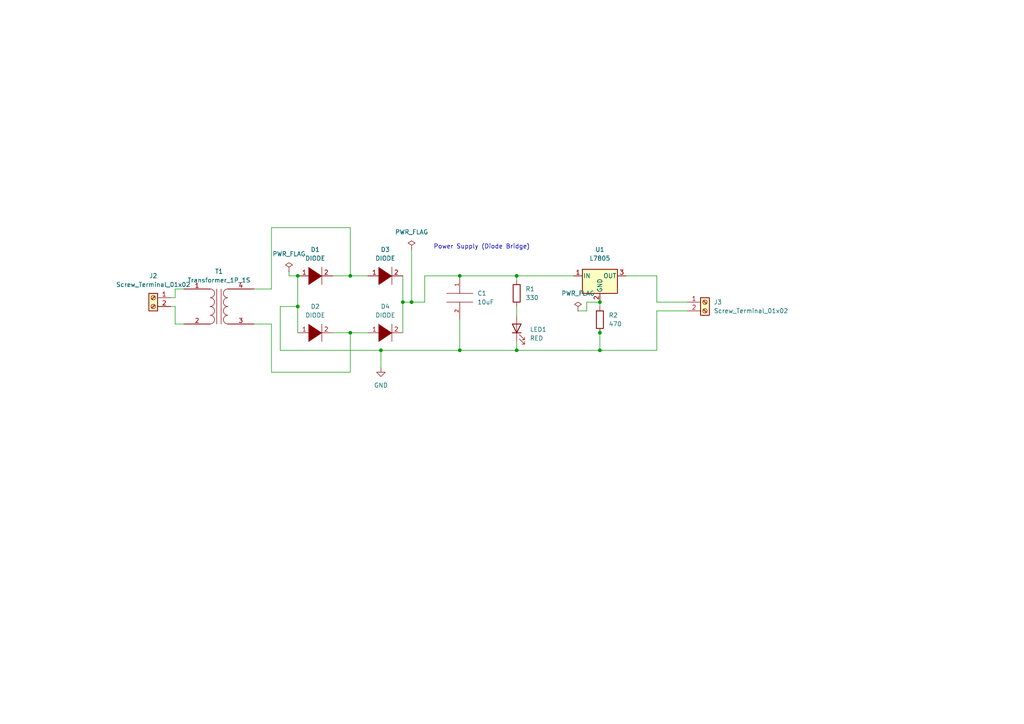
<source format=kicad_sch>
(kicad_sch (version 20211123) (generator eeschema)
  (paper "A4")
  (title_block (title "Some Title") (date "2023-02-14") (company "My Company"))
  (lib_symbols
    (symbol "Connector:Screw_Terminal_01x02" (pin_names (offset 1.016) hide)
      (property "Reference" "J" (at 0 2.54 0))
      (property "Value" "Screw_Terminal_01x02" (at 0 -5.08 0))
      (symbol "Screw_Terminal_01x02_1_1"
        (rectangle (start -1.27 1.27) (end 1.27 -3.81) (stroke (width 0.254)) (fill (type background)))
        (circle (center 0 -2.54) (radius 0.635) (stroke (width 0.1524)))
        (polyline (pts (xy -0.5334 -2.2098) (xy 0.3302 -3.048)) (stroke (width 0.1524)))
        (polyline (pts (xy -0.5334 0.3302) (xy 0.3302 -0.508)) (stroke (width 0.1524)))
        (polyline (pts (xy -0.3556 -2.032) (xy 0.508 -2.8702)) (stroke (width 0.1524)))
        (polyline (pts (xy -0.3556 0.508) (xy 0.508 -0.3302)) (stroke (width 0.1524)))
        (circle (center 0 0) (radius 0.635) (stroke (width 0.1524)))
        (pin passive line (at -5.08 0 0) (length 3.81) (name "Pin_1") (number "1"))
        (pin passive line (at -5.08 -2.54 0) (length 3.81) (name "Pin_2") (number "2"))
      )
    )
    (symbol "Device:LED" (pin_numbers hide) (pin_names (offset 1.016) hide)
      (property "Reference" "D" (at 0 2.54 0))
      (property "Value" "LED" (at 0 -2.54 0))
      (symbol "LED_0_1"
        (polyline (pts (xy -1.27 -1.27) (xy -1.27 1.27)) (stroke (width 0.254)))
        (polyline (pts (xy -1.27 0) (xy 1.27 0)))
        (polyline (pts (xy 1.27 -1.27) (xy 1.27 1.27) (xy -1.27 0) (xy 1.27 -1.27)) (stroke (width 0.254)))
        (polyline (pts (xy -3.048 -0.762) (xy -4.572 -2.286) (xy -3.81 -2.286) (xy -4.572 -2.286) (xy -4.572 -1.524)))
        (polyline (pts (xy -1.778 -0.762) (xy -3.302 -2.286) (xy -2.54 -2.286) (xy -3.302 -2.286) (xy -3.302 -1.524)))
      )
      (symbol "LED_1_1"
        (pin passive line (at -3.81 0 0) (length 2.54) (name "K") (number "1"))
        (pin passive line (at 3.81 0 180) (length 2.54) (name "A") (number "2"))
      )
    )
    (symbol "Device:R" (pin_numbers hide) (pin_names (offset 0))
      (property "Reference" "R" (at 2.032 0 90))
      (property "Value" "R" (at 0 0 90))
      (symbol "R_0_1"
        (rectangle (start -1.016 -2.54) (end 1.016 2.54) (stroke (width 0.254)))
      )
      (symbol "R_1_1"
        (pin passive line (at 0 3.81 270) (length 1.27) (name "~") (number "1"))
        (pin passive line (at 0 -3.81 90) (length 1.27) (name "~") (number "2"))
      )
    )
    (symbol "Device:Transformer_1P_1S" (pin_names (offset 1.016) hide)
      (property "Reference" "T" (at 0 6.35 0))
      (property "Value" "Transformer_1P_1S" (at 0 -7.62 0))
      (symbol "Transformer_1P_1S_0_1"
        (arc (start -2.54 -5.0546) (mid -1.6599 -4.6901) (end -1.27 -3.81))
        (arc (start -2.54 -2.5146) (mid -1.6599 -2.1501) (end -1.27 -1.27))
        (arc (start -2.54 0.0254) (mid -1.6599 0.3899) (end -1.27 1.27))
        (arc (start -2.54 2.5654) (mid -1.6599 2.9299) (end -1.27 3.81))
        (arc (start -1.27 -3.81) (mid -1.642 -2.912) (end -2.54 -2.54))
        (arc (start -1.27 -1.27) (mid -1.642 -0.372) (end -2.54 0))
        (arc (start -1.27 1.27) (mid -1.642 2.168) (end -2.54 2.54))
        (arc (start -1.27 3.81) (mid -1.642 4.708) (end -2.54 5.08))
        (polyline (pts (xy -0.635 5.08) (xy -0.635 -5.08)))
        (polyline (pts (xy 0.635 -5.08) (xy 0.635 5.08)))
        (arc (start 1.2954 -1.27) (mid 1.6599 -2.1501) (end 2.54 -2.5146))
        (arc (start 1.2954 1.27) (mid 1.6599 0.3899) (end 2.54 0.0254))
        (arc (start 1.2954 3.81) (mid 1.6599 2.9299) (end 2.54 2.5654))
        (arc (start 1.3208 -3.81) (mid 1.6853 -4.6901) (end 2.5654 -5.0546))
        (arc (start 2.54 0) (mid 1.642 -0.372) (end 1.2954 -1.27))
        (arc (start 2.54 2.54) (mid 1.642 2.168) (end 1.2954 1.27))
        (arc (start 2.54 5.08) (mid 1.642 4.708) (end 1.2954 3.81))
        (arc (start 2.5654 -2.54) (mid 1.6674 -2.912) (end 1.3208 -3.81))
      )
      (symbol "Transformer_1P_1S_1_1"
        (pin passive line (at -10.16 5.08 0) (length 7.62) (name "AA") (number "1"))
        (pin passive line (at -10.16 -5.08 0) (length 7.62) (name "AB") (number "2"))
        (pin passive line (at 10.16 -5.08 180) (length 7.62) (name "SA") (number "3"))
        (pin passive line (at 10.16 5.08 180) (length 7.62) (name "SB") (number "4"))
      )
    )
    (symbol "Regulator_Linear:L7805" (pin_names (offset 0.254))
      (property "Reference" "U" (at -3.81 3.175 0))
      (property "Value" "L7805" (at 0 3.175 0))
      (symbol "L7805_0_1"
        (rectangle (start -5.08 1.905) (end 5.08 -5.08) (stroke (width 0.254)) (fill (type background)))
      )
      (symbol "L7805_1_1"
        (pin power_in line (at -7.62 0 0) (length 2.54) (name "IN") (number "1"))
        (pin power_in line (at 0 -7.62 90) (length 2.54) (name "GND") (number "2"))
        (pin power_out line (at 7.62 0 180) (length 2.54) (name "OUT") (number "3"))
      )
    )
    (symbol "power:GND" (power) (pin_names (offset 0))
      (property "Value" "GND" (at 0 -3.81 0))
      (symbol "GND_0_1"
        (polyline (pts (xy 0 0) (xy 0 -1.27) (xy 1.27 -1.27) (xy 0 -2.54) (xy -1.27 -1.27) (xy 0 -1.27)))
      )
      (symbol "GND_1_1"
        (pin power_in line (at 0 0 270) (length 0) hide (name "GND") (number "1"))
      )
    )
    (symbol "power:PWR_FLAG" (power) (pin_numbers hide) (pin_names (offset 0) hide)
      (property "Value" "PWR_FLAG" (at 0 3.81 0))
      (symbol "PWR_FLAG_0_0"
        (pin power_out line (at 0 0 90) (length 0) (name "pwr") (number "1"))
      )
      (symbol "PWR_FLAG_0_1"
        (polyline (pts (xy 0 0) (xy 0 1.27) (xy -1.016 1.905) (xy 0 2.54) (xy 1.016 1.905) (xy 0 1.27)))
      )
    )
    (symbol "pspice:CAP" (pin_names (offset 0.254))
      (property "Reference" "C" (at 2.54 3.81 90))
      (property "Value" "CAP" (at 2.54 -3.81 90))
      (symbol "CAP_0_1"
        (polyline (pts (xy -3.81 -1.27) (xy 3.81 -1.27)))
        (polyline (pts (xy -3.81 1.27) (xy 3.81 1.27)))
      )
      (symbol "CAP_1_1"
        (pin passive line (at 0 6.35 270) (length 5.08) (name "~") (number "1"))
        (pin passive line (at 0 -6.35 90) (length 5.08) (name "~") (number "2"))
      )
    )
    (symbol "pspice:DIODE" (pin_names (offset 1.016) hide)
      (property "Reference" "D" (at 0 3.81 0))
      (property "Value" "DIODE" (at 0 -4.445 0))
      (symbol "DIODE_0_1"
        (polyline (pts (xy 1.905 2.54) (xy 1.905 -2.54)))
        (polyline (pts (xy -1.905 2.54) (xy -1.905 -2.54) (xy 1.905 0)) (fill (type outline)))
      )
      (symbol "DIODE_1_1"
        (pin input line (at -5.08 0 0) (length 3.81) (name "K") (number "1"))
        (pin input line (at 5.08 0 180) (length 3.81) (name "A") (number "2"))
      )
    )
  )
  (junction (at 101.6 80.01))
  (junction (at 86.36 80.01))
  (junction (at 116.84 87.63))
  (junction (at 173.99 101.6))
  (junction (at 173.99 96.52))
  (junction (at 133.35 80.01))
  (junction (at 110.49 101.6))
  (junction (at 149.86 80.01))
  (junction (at 173.99 87.63))
  (junction (at 101.6 96.52))
  (junction (at 119.38 87.63))
  (junction (at 133.35 101.6))
  (junction (at 149.86 101.6))
  (junction (at 86.36 88.9))
  (wire (pts (xy 119.38 87.63) (xy 116.84 87.63)))
  (wire (pts (xy 133.35 101.6) (xy 149.86 101.6)))
  (wire (pts (xy 86.36 88.9) (xy 86.36 96.52)))
  (wire (pts (xy 101.6 96.52) (xy 101.6 107.95)))
  (wire (pts (xy 181.61 80.01) (xy 190.5 80.01)))
  (wire (pts (xy 133.35 92.71) (xy 133.35 101.6)))
  (wire (pts (xy 96.52 96.52) (xy 101.6 96.52)))
  (wire (pts (xy 73.66 83.82) (xy 78.74 83.82)))
  (wire (pts (xy 78.74 66.04) (xy 101.6 66.04)))
  (wire (pts (xy 96.52 80.01) (xy 101.6 80.01)))
  (wire (pts (xy 83.82 80.01) (xy 86.36 80.01)))
  (wire (pts (xy 116.84 80.01) (xy 116.84 87.63)))
  (wire (pts (xy 149.86 81.28) (xy 149.86 80.01)))
  (wire (pts (xy 81.28 88.9) (xy 86.36 88.9)))
  (wire (pts (xy 190.5 87.63) (xy 199.39 87.63)))
  (wire (pts (xy 50.8 83.82) (xy 53.34 83.82)))
  (wire (pts (xy 173.99 95.25) (xy 173.99 96.52)))
  (wire (pts (xy 173.99 96.52) (xy 173.99 101.6)))
  (wire (pts (xy 50.8 86.36) (xy 50.8 83.82)))
  (wire (pts (xy 78.74 83.82) (xy 78.74 66.04)))
  (wire (pts (xy 116.84 87.63) (xy 116.84 96.52)))
  (wire (pts (xy 49.53 88.9) (xy 50.8 88.9)))
  (wire (pts (xy 78.74 107.95) (xy 101.6 107.95)))
  (wire (pts (xy 101.6 66.04) (xy 101.6 80.01)))
  (wire (pts (xy 190.5 80.01) (xy 190.5 87.63)))
  (wire (pts (xy 50.8 93.98) (xy 53.34 93.98)))
  (wire (pts (xy 173.99 87.63) (xy 173.99 88.9)))
  (wire (pts (xy 123.19 80.01) (xy 133.35 80.01)))
  (wire (pts (xy 86.36 80.01) (xy 86.36 88.9)))
  (wire (pts (xy 49.53 86.36) (xy 50.8 86.36)))
  (wire (pts (xy 123.19 80.01) (xy 123.19 87.63)))
  (wire (pts (xy 170.18 87.63) (xy 173.99 87.63)))
  (wire (pts (xy 199.39 90.17) (xy 190.5 90.17)))
  (wire (pts (xy 173.99 101.6) (xy 190.5 101.6)))
  (wire (pts (xy 110.49 101.6) (xy 81.28 101.6)))
  (wire (pts (xy 50.8 88.9) (xy 50.8 93.98)))
  (wire (pts (xy 149.86 80.01) (xy 166.37 80.01)))
  (wire (pts (xy 133.35 101.6) (xy 110.49 101.6)))
  (wire (pts (xy 149.86 88.9) (xy 149.86 91.44)))
  (wire (pts (xy 190.5 90.17) (xy 190.5 101.6)))
  (wire (pts (xy 123.19 87.63) (xy 119.38 87.63)))
  (wire (pts (xy 167.64 90.17) (xy 170.18 90.17)))
  (wire (pts (xy 101.6 80.01) (xy 106.68 80.01)))
  (wire (pts (xy 81.28 101.6) (xy 81.28 88.9)))
  (wire (pts (xy 149.86 101.6) (xy 173.99 101.6)))
  (wire (pts (xy 149.86 99.06) (xy 149.86 101.6)))
  (wire (pts (xy 170.18 90.17) (xy 170.18 87.63)))
  (wire (pts (xy 101.6 96.52) (xy 106.68 96.52)))
  (wire (pts (xy 78.74 93.98) (xy 78.74 107.95)))
  (wire (pts (xy 83.82 78.74) (xy 83.82 80.01)))
  (wire (pts (xy 149.86 80.01) (xy 133.35 80.01)))
  (wire (pts (xy 119.38 72.39) (xy 119.38 87.63)))
  (wire (pts (xy 110.49 101.6) (xy 110.49 106.68)))
  (wire (pts (xy 73.66 93.98) (xy 78.74 93.98)))
  (text "Power Supply (Diode Bridge)" (at 125.73 72.39 0) (effects (font (size 1.27 1.27)) (justify left bottom)))
  (symbol (lib_id "power:PWR_FLAG") (at 167.64 90.17 0) (unit 1)
    (property "Reference" "#FLG0102" (effects hide))
    (property "Value" "PWR_FLAG" (at 167.64 85.09 0))
  )
  (symbol (lib_id "power:PWR_FLAG") (at 119.38 72.39 0) (unit 1)
    (property "Reference" "#FLG0101" (effects hide))
    (property "Value" "PWR_FLAG" (at 119.38 67.31 0))
  )
  (symbol (lib_id "Connector:Screw_Terminal_01x02") (at 44.45 86.36 0) (mirror y) (unit 1)
    (property "Reference" "J2" (at 44.45 80.01 0))
    (property "Value" "Screw_Terminal_01x02" (at 44.45 82.55 0))
    (property "Footprint" "TerminalBlock:TerminalBlock_Altech_AK300-2_P5.00mm" (effects hide))
  )
  (symbol (lib_id "Device:Transformer_1P_1S") (at 63.5 88.9 0) (unit 1)
    (property "Reference" "T1" (at 63.5127 78.74 0))
    (property "Value" "Transformer_1P_1S" (at 63.5127 81.28 0))
    (property "Footprint" "Transformer_THT:Transformer_CHK_EI48-8VA_1xSec" (effects hide))
  )
  (symbol (lib_id "pspice:DIODE") (at 91.44 80.01 0) (unit 1)
    (property "Reference" "D1" (at 91.44 72.39 0))
    (property "Value" "DIODE" (at 91.44 74.93 0))
    (property "Footprint" "Diode_THT:D_A-405_P7.62mm_Horizontal" (effects hide))
  )
  (symbol (lib_id "Device:R") (at 149.86 85.09 0) (unit 1)
    (property "Reference" "R1" (at 152.4 83.8199 0) (effects (justify left)))
    (property "Value" "330" (at 152.4 86.3599 0) (effects (justify left)))
    (property "Footprint" "Resistor_THT:R_Axial_DIN0204_L3.6mm_D1.6mm_P5.08mm_Horizontal" (effects hide))
  )
  (symbol (lib_id "power:GND") (at 110.49 106.68 0) (unit 1)
    (property "Reference" "#PWR0101" (effects hide))
    (property "Value" "GND" (at 110.49 111.76 0))
  )
  (symbol (lib_id "pspice:DIODE") (at 111.76 96.52 0) (unit 1)
    (property "Reference" "D4" (at 111.76 88.9 0))
    (property "Value" "DIODE" (at 111.76 91.44 0))
    (property "Footprint" "Diode_THT:D_A-405_P7.62mm_Horizontal" (effects hide))
  )
  (symbol (lib_id "pspice:DIODE") (at 111.76 80.01 0) (unit 1)
    (property "Reference" "D3" (at 111.76 72.39 0))
    (property "Value" "DIODE" (at 111.76 74.93 0))
    (property "Footprint" "Diode_THT:D_A-405_P7.62mm_Horizontal" (effects hide))
  )
  (symbol (lib_id "pspice:DIODE") (at 91.44 96.52 0) (unit 1)
    (property "Reference" "D2" (at 91.44 88.9 0))
    (property "Value" "DIODE" (at 91.44 91.44 0))
    (property "Footprint" "Diode_THT:D_A-405_P7.62mm_Horizontal" (effects hide))
  )
  (symbol (lib_id "Device:LED") (at 149.86 95.25 90) (unit 1)
    (property "Reference" "LED1" (at 153.67 95.5674 90) (effects (justify right)))
    (property "Value" "RED" (at 153.67 98.1074 90) (effects (justify right)))
    (property "Footprint" "LED_THT:LED_D3.0mm" (effects hide))
  )
  (symbol (lib_id "Device:R") (at 173.99 92.71 0) (unit 1)
    (property "Reference" "R2" (at 176.53 91.4399 0) (effects (justify left)))
    (property "Value" "470" (at 176.53 93.9799 0) (effects (justify left)))
    (property "Footprint" "Resistor_THT:R_Axial_DIN0204_L3.6mm_D1.6mm_P5.08mm_Horizontal" (effects hide))
  )
  (symbol (lib_id "pspice:CAP") (at 133.35 86.36 0) (unit 1)
    (property "Reference" "C1" (at 138.43 85.0899 0) (effects (justify left)))
    (property "Value" "10uF" (at 138.43 87.6299 0) (effects (justify left)))
    (property "Footprint" "Capacitor_THT:CP_Radial_D10.0mm_P3.80mm" (effects hide))
  )
  (symbol (lib_id "Connector:Screw_Terminal_01x02") (at 204.47 87.63 0) (unit 1)
    (property "Reference" "J3" (at 207.01 87.6299 0) (effects (justify left)))
    (property "Value" "Screw_Terminal_01x02" (at 207.01 90.1699 0) (effects (justify left)))
    (property "Footprint" "TerminalBlock:TerminalBlock_Altech_AK300-2_P5.00mm" (effects hide))
  )
  (symbol (lib_id "Regulator_Linear:L7805") (at 173.99 80.01 0) (unit 1)
    (property "Reference" "U1" (at 173.99 72.39 0))
    (property "Value" "L7805" (at 173.99 74.93 0))
    (property "Datasheet" "http://www.st.com/content/ccc/resource/technical/document/datasheet/41/4f/b3/b0/12/d4/47/88/CD00000444.pdf/files/CD00000444.pdf/jcr:content/translations/en.CD00000444.pdf" (effects hide))
  )
  (symbol (lib_id "power:PWR_FLAG") (at 83.82 78.74 0) (unit 1)
    (property "Reference" "#FLG0103" (effects hide))
    (property "Value" "PWR_FLAG" (at 83.82 73.66 0))
  )
)
</source>
